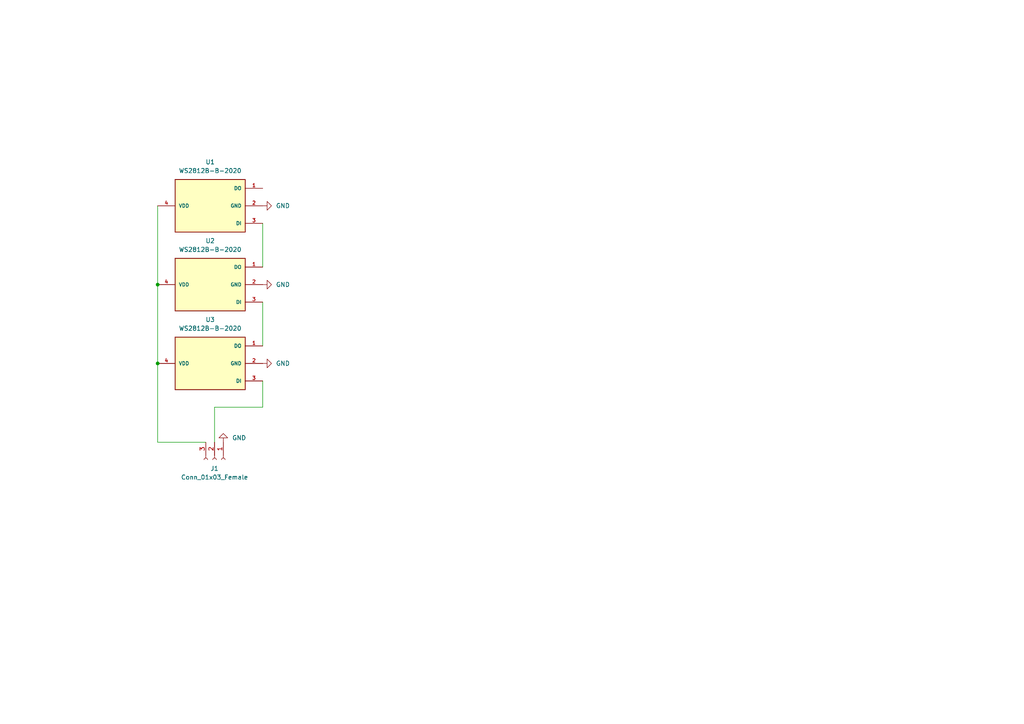
<source format=kicad_sch>
(kicad_sch (version 20211123) (generator eeschema)
  (paper "A4")
  (lib_symbols
    (symbol "Connector:Conn_01x03_Female" (pin_names (offset 1.016) hide)
      (property "Reference" "J" (at 0 5.08 0))
      (property "Value" "Conn_01x03_Female" (at 0 -5.08 0))
      (symbol "Conn_01x03_Female_1_1"
        (arc (start 0 -2.032) (mid -0.508 -2.54) (end 0 -3.048) (stroke (width 0.1524)))
        (polyline (pts (xy -1.27 -2.54) (xy -0.508 -2.54)) (stroke (width 0.1524)))
        (polyline (pts (xy -1.27 0) (xy -0.508 0)) (stroke (width 0.1524)))
        (polyline (pts (xy -1.27 2.54) (xy -0.508 2.54)) (stroke (width 0.1524)))
        (arc (start 0 0.508) (mid -0.508 0) (end 0 -0.508) (stroke (width 0.1524)))
        (arc (start 0 3.048) (mid -0.508 2.54) (end 0 2.032) (stroke (width 0.1524)))
        (pin passive line (at -5.08 2.54 0) (length 3.81) (name "Pin_1") (number "1"))
        (pin passive line (at -5.08 0 0) (length 3.81) (name "Pin_2") (number "2"))
        (pin passive line (at -5.08 -2.54 0) (length 3.81) (name "Pin_3") (number "3"))
      )
    )
    (symbol "WS2812B-2020:WS2812B-B-2020" (pin_names (offset 1.016))
      (property "Reference" "U" (at -10.16 8.128 0))
      (property "Value" "WS2812B-B-2020" (at -10.16 -10.16 0))
      (symbol "WS2812B-B-2020_0_0"
        (rectangle (start -10.16 -7.62) (end 10.16 7.62) (stroke (width 0.254)) (fill (type background)))
        (pin output line (at 15.24 5.08 180) (length 5.08) (name "DO") (number "1"))
        (pin power_in line (at 15.24 0 180) (length 5.08) (name "GND") (number "2"))
        (pin input line (at 15.24 -5.08 180) (length 5.08) (name "DI") (number "3"))
        (pin power_in line (at -15.24 0 0) (length 5.08) (name "VDD") (number "4"))
      )
    )
    (symbol "power:GND" (power) (pin_names (offset 0))
      (property "Value" "GND" (at 0 -3.81 0))
      (symbol "GND_0_1"
        (polyline (pts (xy 0 0) (xy 0 -1.27) (xy 1.27 -1.27) (xy 0 -2.54) (xy -1.27 -1.27) (xy 0 -1.27)))
      )
      (symbol "GND_1_1"
        (pin power_in line (at 0 0 270) (length 0) hide (name "GND") (number "1"))
      )
    )
  )
  (junction (at 45.72 105.41))
  (junction (at 45.72 82.55))
  (wire (pts (xy 62.23 128.27) (xy 62.23 118.11)))
  (wire (pts (xy 76.2 64.77) (xy 76.2 77.47)))
  (wire (pts (xy 76.2 87.63) (xy 76.2 100.33)))
  (wire (pts (xy 45.72 82.55) (xy 45.72 105.41)))
  (wire (pts (xy 45.72 128.27) (xy 45.72 105.41)))
  (wire (pts (xy 62.23 118.11) (xy 76.2 118.11)))
  (wire (pts (xy 59.69 128.27) (xy 45.72 128.27)))
  (wire (pts (xy 45.72 59.69) (xy 45.72 82.55)))
  (wire (pts (xy 76.2 118.11) (xy 76.2 110.49)))
  (symbol (lib_id "Connector:Conn_01x03_Female") (at 62.23 133.35 270) (unit 1)
    (property "Reference" "J1" (at 62.23 135.89 90))
    (property "Value" "Conn_01x03_Female" (at 62.23 138.43 90))
    (property "Footprint" "Connector_PinHeader_2.54mm:PinHeader_1x03_P2.54mm_Vertical" (effects hide))
  )
  (symbol (lib_id "WS2812B-2020:WS2812B-B-2020") (at 60.96 105.41 0) (unit 1)
    (property "Reference" "U3" (at 60.96 92.71 0))
    (property "Value" "WS2812B-B-2020" (at 60.96 95.25 0))
    (property "Footprint" "WS2812B:LED_WS2812B-2020" (effects hide))
    (property "STANDARD" "Manufacturer Recommendations" (effects hide))
    (property "MAXIMUM_PACKAGE_HIEGHT" "1.62 mm" (effects hide))
    (property "MANUFACTURER" "Worldsemi" (effects hide))
    (property "PARTREV" "5" (effects hide))
  )
  (symbol (lib_id "power:GND") (at 76.2 59.69 90) (unit 1)
    (property "Reference" "#PWR0102" (effects hide))
    (property "Value" "GND" (at 80.01 59.6899 90) (effects (justify right)))
  )
  (symbol (lib_id "WS2812B-2020:WS2812B-B-2020") (at 60.96 59.69 0) (unit 1)
    (property "Reference" "U1" (at 60.96 46.99 0))
    (property "Value" "WS2812B-B-2020" (at 60.96 49.53 0))
    (property "Footprint" "WS2812B:LED_WS2812B-2020" (effects hide))
    (property "STANDARD" "Manufacturer Recommendations" (effects hide))
    (property "MAXIMUM_PACKAGE_HIEGHT" "1.62 mm" (effects hide))
    (property "MANUFACTURER" "Worldsemi" (effects hide))
    (property "PARTREV" "5" (effects hide))
  )
  (symbol (lib_id "WS2812B-2020:WS2812B-B-2020") (at 60.96 82.55 0) (unit 1)
    (property "Reference" "U2" (at 60.96 69.85 0))
    (property "Value" "WS2812B-B-2020" (at 60.96 72.39 0))
    (property "Footprint" "WS2812B:LED_WS2812B-2020" (effects hide))
    (property "STANDARD" "Manufacturer Recommendations" (effects hide))
    (property "MAXIMUM_PACKAGE_HIEGHT" "1.62 mm" (effects hide))
    (property "MANUFACTURER" "Worldsemi" (effects hide))
    (property "PARTREV" "5" (effects hide))
  )
  (symbol (lib_id "power:GND") (at 76.2 82.55 90) (unit 1)
    (property "Reference" "#PWR0101" (effects hide))
    (property "Value" "GND" (at 80.01 82.5499 90) (effects (justify right)))
  )
  (symbol (lib_id "power:GND") (at 76.2 105.41 90) (unit 1)
    (property "Reference" "#PWR0104" (effects hide))
    (property "Value" "GND" (at 80.01 105.4099 90) (effects (justify right)))
  )
  (symbol (lib_id "power:GND") (at 64.77 128.27 180) (unit 1)
    (property "Reference" "#PWR0103" (effects hide))
    (property "Value" "GND" (at 67.31 126.9999 0) (effects (justify right)))
  )
)
</source>
